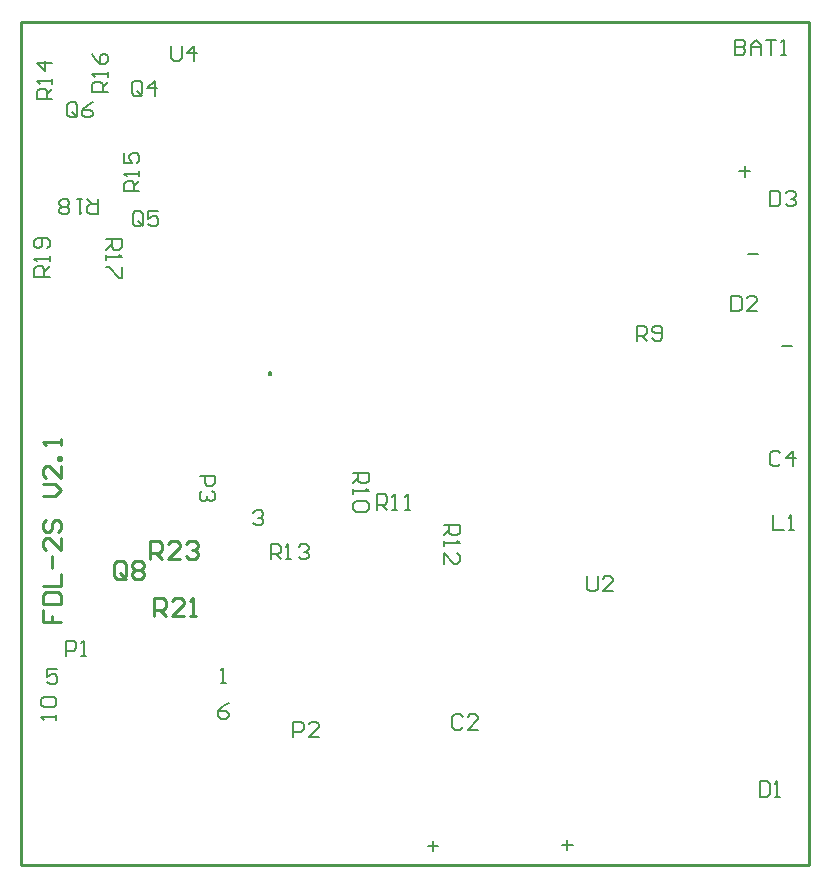
<source format=gto>
%FSLAX24Y24*%
%MOIN*%
G70*
G01*
G75*
%ADD10R,0.0650X0.0315*%
%ADD11R,0.0571X0.0512*%
%ADD12R,0.0512X0.0571*%
%ADD13R,0.0315X0.0650*%
%ADD14R,0.0079X0.0827*%
%ADD15R,0.4134X0.3386*%
%ADD16R,0.0433X0.1378*%
%ADD17C,0.0079*%
%ADD18C,0.0098*%
%ADD19C,0.0118*%
%ADD20C,0.0787*%
%ADD21C,0.1142*%
%ADD22R,0.0591X0.0591*%
%ADD23C,0.0591*%
%ADD24C,0.0984*%
%ADD25O,0.1004X0.0984*%
%ADD26C,0.0630*%
%ADD27C,0.0669*%
%ADD28C,0.0665*%
%ADD29R,0.0665X0.0665*%
%ADD30C,0.1874*%
%ADD31C,0.0512*%
%ADD32C,0.3307*%
%ADD33C,0.0236*%
%ADD34R,0.0472X0.0709*%
%ADD35R,0.0472X0.0650*%
%ADD36R,0.0512X0.0591*%
%ADD37O,0.0276X0.0984*%
%ADD38O,0.0984X0.0276*%
%ADD39C,0.0100*%
D17*
X25600Y22110D02*
Y22622D01*
X25856D01*
X25941Y22536D01*
Y22366D01*
X25856Y22281D01*
X25600D01*
X26453Y22110D02*
X26112D01*
X26453Y22451D01*
Y22536D01*
X26367Y22622D01*
X26197D01*
X26112Y22536D01*
X19370Y38701D02*
X19882D01*
Y38445D01*
X19796Y38360D01*
X19626D01*
X19541Y38445D01*
Y38701D01*
Y38530D02*
X19370Y38360D01*
Y38189D02*
Y38019D01*
Y38104D01*
X19882D01*
X19796Y38189D01*
X19882Y37763D02*
Y37422D01*
X19796D01*
X19455Y37763D01*
X19370D01*
X19078Y40042D02*
Y39530D01*
X18822D01*
X18737Y39616D01*
Y39786D01*
X18822Y39871D01*
X19078D01*
X18907D02*
X18737Y40042D01*
X18566D02*
X18396D01*
X18481D01*
Y39530D01*
X18566Y39616D01*
X18140D02*
X18055Y39530D01*
X17884D01*
X17799Y39616D01*
Y39701D01*
X17884Y39786D01*
X17799Y39871D01*
Y39957D01*
X17884Y40042D01*
X18055D01*
X18140Y39957D01*
Y39871D01*
X18055Y39786D01*
X18140Y39701D01*
Y39616D01*
X18055Y39786D02*
X17884D01*
X17477Y37459D02*
X16965D01*
Y37714D01*
X17050Y37800D01*
X17221D01*
X17306Y37714D01*
Y37459D01*
Y37629D02*
X17477Y37800D01*
Y37970D02*
Y38141D01*
Y38056D01*
X16965D01*
X17050Y37970D01*
X17392Y38397D02*
X17477Y38482D01*
Y38653D01*
X17392Y38738D01*
X17050D01*
X16965Y38653D01*
Y38482D01*
X17050Y38397D01*
X17136D01*
X17221Y38482D01*
Y38738D01*
X20471Y40297D02*
X19959D01*
Y40553D01*
X20044Y40638D01*
X20215D01*
X20300Y40553D01*
Y40297D01*
Y40468D02*
X20471Y40638D01*
Y40809D02*
Y40979D01*
Y40894D01*
X19959D01*
X20044Y40809D01*
X19959Y41576D02*
Y41235D01*
X20215D01*
X20130Y41406D01*
Y41491D01*
X20215Y41576D01*
X20385D01*
X20471Y41491D01*
Y41321D01*
X20385Y41235D01*
X19418Y43612D02*
X18906D01*
Y43868D01*
X18992Y43953D01*
X19162D01*
X19247Y43868D01*
Y43612D01*
Y43783D02*
X19418Y43953D01*
Y44124D02*
Y44294D01*
Y44209D01*
X18906D01*
X18992Y44124D01*
X18906Y44891D02*
X18992Y44721D01*
X19162Y44550D01*
X19333D01*
X19418Y44635D01*
Y44806D01*
X19333Y44891D01*
X19247D01*
X19162Y44806D01*
Y44550D01*
X17572Y43374D02*
X17060D01*
Y43630D01*
X17146Y43715D01*
X17316D01*
X17401Y43630D01*
Y43374D01*
Y43545D02*
X17572Y43715D01*
Y43886D02*
Y44056D01*
Y43971D01*
X17060D01*
X17146Y43886D01*
X17572Y44568D02*
X17060D01*
X17316Y44312D01*
Y44653D01*
X18401Y42850D02*
Y43191D01*
X18315Y43276D01*
X18145D01*
X18060Y43191D01*
Y42850D01*
X18145Y42764D01*
X18315D01*
X18230Y42935D02*
X18401Y42764D01*
X18315D02*
X18401Y42850D01*
X18912Y43276D02*
X18742Y43191D01*
X18571Y43020D01*
Y42850D01*
X18657Y42764D01*
X18827D01*
X18912Y42850D01*
Y42935D01*
X18827Y43020D01*
X18571D01*
X20561Y43567D02*
Y43908D01*
X20476Y43994D01*
X20305D01*
X20220Y43908D01*
Y43567D01*
X20305Y43482D01*
X20476D01*
X20391Y43653D02*
X20561Y43482D01*
X20476D02*
X20561Y43567D01*
X20987Y43482D02*
Y43994D01*
X20732Y43738D01*
X21073D01*
X20585Y39221D02*
Y39562D01*
X20500Y39648D01*
X20329D01*
X20244Y39562D01*
Y39221D01*
X20329Y39136D01*
X20500D01*
X20415Y39307D02*
X20585Y39136D01*
X20500D02*
X20585Y39221D01*
X21097Y39648D02*
X20756D01*
Y39392D01*
X20926Y39477D01*
X21011D01*
X21097Y39392D01*
Y39221D01*
X21011Y39136D01*
X20841D01*
X20756Y39221D01*
X41142Y20630D02*
Y20118D01*
X41398D01*
X41483Y20203D01*
Y20544D01*
X41398Y20630D01*
X41142D01*
X41653Y20118D02*
X41824D01*
X41739D01*
Y20630D01*
X41653Y20544D01*
X35400Y27482D02*
Y27055D01*
X35485Y26970D01*
X35656D01*
X35741Y27055D01*
Y27482D01*
X36253Y26970D02*
X35912D01*
X36253Y27311D01*
Y27396D01*
X36167Y27482D01*
X35997D01*
X35912Y27396D01*
X37047Y35315D02*
Y35827D01*
X37303D01*
X37388Y35741D01*
Y35571D01*
X37303Y35486D01*
X37047D01*
X37218D02*
X37388Y35315D01*
X37559Y35400D02*
X37644Y35315D01*
X37815D01*
X37900Y35400D01*
Y35741D01*
X37815Y35827D01*
X37644D01*
X37559Y35741D01*
Y35656D01*
X37644Y35571D01*
X37900D01*
X41600Y29512D02*
Y29000D01*
X41941D01*
X42112D02*
X42282D01*
X42197D01*
Y29512D01*
X42112Y29426D01*
X40201Y36823D02*
Y36311D01*
X40457D01*
X40542Y36396D01*
Y36738D01*
X40457Y36823D01*
X40201D01*
X41054Y36311D02*
X40712D01*
X41054Y36652D01*
Y36738D01*
X40968Y36823D01*
X40798D01*
X40712Y36738D01*
X41496Y40315D02*
Y39803D01*
X41752D01*
X41837Y39888D01*
Y40230D01*
X41752Y40315D01*
X41496D01*
X42008Y40230D02*
X42093Y40315D01*
X42264D01*
X42349Y40230D01*
Y40144D01*
X42264Y40059D01*
X42178D01*
X42264D01*
X42349Y39974D01*
Y39888D01*
X42264Y39803D01*
X42093D01*
X42008Y39888D01*
X41837Y31568D02*
X41752Y31653D01*
X41581D01*
X41496Y31568D01*
Y31227D01*
X41581Y31142D01*
X41752D01*
X41837Y31227D01*
X42264Y31142D02*
Y31653D01*
X42008Y31398D01*
X42349D01*
X31247Y22789D02*
X31161Y22874D01*
X30991D01*
X30906Y22789D01*
Y22447D01*
X30991Y22362D01*
X31161D01*
X31247Y22447D01*
X31758Y22362D02*
X31417D01*
X31758Y22703D01*
Y22789D01*
X31673Y22874D01*
X31502D01*
X31417Y22789D01*
X21535Y45157D02*
Y44731D01*
X21621Y44646D01*
X21791D01*
X21877Y44731D01*
Y45157D01*
X22303Y44646D02*
Y45157D01*
X22047Y44901D01*
X22388D01*
X24843Y28031D02*
Y28543D01*
X25098D01*
X25184Y28458D01*
Y28287D01*
X25098Y28202D01*
X24843D01*
X25013D02*
X25184Y28031D01*
X25354D02*
X25525D01*
X25439D01*
Y28543D01*
X25354Y28458D01*
X25781D02*
X25866Y28543D01*
X26036D01*
X26122Y28458D01*
Y28373D01*
X26036Y28287D01*
X25951D01*
X26036D01*
X26122Y28202D01*
Y28117D01*
X26036Y28031D01*
X25866D01*
X25781Y28117D01*
X28386Y29685D02*
Y30197D01*
X28642D01*
X28727Y30111D01*
Y29941D01*
X28642Y29856D01*
X28386D01*
X28556D02*
X28727Y29685D01*
X28897D02*
X29068D01*
X28983D01*
Y30197D01*
X28897Y30111D01*
X29324Y29685D02*
X29494D01*
X29409D01*
Y30197D01*
X29324Y30111D01*
X30631Y29171D02*
X31143D01*
Y28915D01*
X31057Y28830D01*
X30887D01*
X30802Y28915D01*
Y29171D01*
Y29001D02*
X30631Y28830D01*
Y28660D02*
Y28489D01*
Y28574D01*
X31143D01*
X31057Y28660D01*
X30631Y27892D02*
Y28233D01*
X30972Y27892D01*
X31057D01*
X31143Y27977D01*
Y28148D01*
X31057Y28233D01*
X27598Y30906D02*
X28110D01*
Y30650D01*
X28025Y30564D01*
X27854D01*
X27769Y30650D01*
Y30906D01*
Y30735D02*
X27598Y30564D01*
Y30394D02*
Y30223D01*
Y30309D01*
X28110D01*
X28025Y30394D01*
Y29967D02*
X28110Y29882D01*
Y29712D01*
X28025Y29626D01*
X27684D01*
X27598Y29712D01*
Y29882D01*
X27684Y29967D01*
X28025D01*
X22480Y30827D02*
X22992D01*
Y30571D01*
X22907Y30486D01*
X22736D01*
X22651Y30571D01*
Y30827D01*
X22907Y30315D02*
X22992Y30230D01*
Y30059D01*
X22907Y29974D01*
X22821D01*
X22736Y30059D01*
Y30145D01*
Y30059D01*
X22651Y29974D01*
X22566D01*
X22480Y30059D01*
Y30230D01*
X22566Y30315D01*
X18022Y24810D02*
Y25322D01*
X18277D01*
X18363Y25237D01*
Y25066D01*
X18277Y24981D01*
X18022D01*
X18533Y24810D02*
X18704D01*
X18618D01*
Y25322D01*
X18533Y25237D01*
X40330Y45362D02*
Y44850D01*
X40586D01*
X40671Y44935D01*
Y45021D01*
X40586Y45106D01*
X40330D01*
X40586D01*
X40671Y45191D01*
Y45276D01*
X40586Y45362D01*
X40330D01*
X40842Y44850D02*
Y45191D01*
X41012Y45362D01*
X41183Y45191D01*
Y44850D01*
Y45106D01*
X40842D01*
X41353Y45362D02*
X41694D01*
X41524D01*
Y44850D01*
X41865D02*
X42035D01*
X41950D01*
Y45362D01*
X41865Y45276D01*
X24783Y34183D02*
Y34268D01*
X24869D01*
Y34183D01*
X24783D01*
X24256Y29596D02*
X24341Y29682D01*
X24512D01*
X24597Y29596D01*
Y29511D01*
X24512Y29426D01*
X24427D01*
X24512D01*
X24597Y29341D01*
Y29255D01*
X24512Y29170D01*
X24341D01*
X24256Y29255D01*
X40472Y40964D02*
X40814D01*
X40643Y41135D02*
Y40794D01*
X41890Y35138D02*
X42231D01*
X40748Y38209D02*
X41089D01*
X34567Y18524D02*
X34908D01*
X34737Y18694D02*
Y18353D01*
X23441Y23235D02*
X23271Y23150D01*
X23100Y22980D01*
Y22809D01*
X23186Y22724D01*
X23356D01*
X23441Y22809D01*
Y22894D01*
X23356Y22980D01*
X23100D01*
X17707Y22684D02*
Y22855D01*
Y22770D01*
X17195D01*
X17280Y22684D01*
Y23111D02*
X17195Y23196D01*
Y23367D01*
X17280Y23452D01*
X17621D01*
X17707Y23367D01*
Y23196D01*
X17621Y23111D01*
X17280D01*
X17733Y24377D02*
X17392D01*
Y24121D01*
X17562Y24207D01*
X17647D01*
X17733Y24121D01*
Y23951D01*
X17647Y23866D01*
X17477D01*
X17392Y23951D01*
X23179Y23905D02*
X23350D01*
X23264D01*
Y24417D01*
X23179Y24331D01*
X30083Y18491D02*
X30424D01*
X30254Y18661D02*
Y18320D01*
D39*
X16535Y17844D02*
Y45946D01*
X16533Y17835D02*
X42795D01*
Y17953D01*
X42795Y45932D01*
X16563Y45946D02*
X42794Y45932D01*
X20840Y28040D02*
Y28640D01*
X21140D01*
X21240Y28540D01*
Y28340D01*
X21140Y28240D01*
X20840D01*
X21040D02*
X21240Y28040D01*
X21840D02*
X21440D01*
X21840Y28440D01*
Y28540D01*
X21740Y28640D01*
X21540D01*
X21440Y28540D01*
X22040D02*
X22140Y28640D01*
X22340D01*
X22439Y28540D01*
Y28440D01*
X22340Y28340D01*
X22240D01*
X22340D01*
X22439Y28240D01*
Y28140D01*
X22340Y28040D01*
X22140D01*
X22040Y28140D01*
X20950Y26134D02*
Y26734D01*
X21250D01*
X21350Y26634D01*
Y26434D01*
X21250Y26334D01*
X20950D01*
X21150D02*
X21350Y26134D01*
X21950D02*
X21550D01*
X21950Y26534D01*
Y26634D01*
X21850Y26734D01*
X21650D01*
X21550Y26634D01*
X22150Y26134D02*
X22350D01*
X22250D01*
Y26734D01*
X22150Y26634D01*
X20020Y27464D02*
Y27864D01*
X19920Y27964D01*
X19720D01*
X19620Y27864D01*
Y27464D01*
X19720Y27364D01*
X19920D01*
X19820Y27564D02*
X20020Y27364D01*
X19920D02*
X20020Y27464D01*
X20220Y27864D02*
X20320Y27964D01*
X20520D01*
X20620Y27864D01*
Y27764D01*
X20520Y27664D01*
X20620Y27564D01*
Y27464D01*
X20520Y27364D01*
X20320D01*
X20220Y27464D01*
Y27564D01*
X20320Y27664D01*
X20220Y27764D01*
Y27864D01*
X20320Y27664D02*
X20520D01*
X17267Y26349D02*
Y25949D01*
X17567D01*
Y26149D01*
Y25949D01*
X17867D01*
X17267Y26549D02*
X17867D01*
Y26849D01*
X17767Y26949D01*
X17367D01*
X17267Y26849D01*
Y26549D01*
Y27149D02*
X17867D01*
Y27549D01*
X17567Y27749D02*
Y28149D01*
X17867Y28749D02*
Y28349D01*
X17467Y28749D01*
X17367D01*
X17267Y28649D01*
Y28449D01*
X17367Y28349D01*
Y29348D02*
X17267Y29248D01*
Y29048D01*
X17367Y28948D01*
X17467D01*
X17567Y29048D01*
Y29248D01*
X17667Y29348D01*
X17767D01*
X17867Y29248D01*
Y29048D01*
X17767Y28948D01*
X17267Y30148D02*
X17667D01*
X17867Y30348D01*
X17667Y30548D01*
X17267D01*
X17867Y31148D02*
Y30748D01*
X17467Y31148D01*
X17367D01*
X17267Y31048D01*
Y30848D01*
X17367Y30748D01*
X17867Y31348D02*
X17767D01*
Y31448D01*
X17867D01*
Y31348D01*
Y31848D02*
Y32047D01*
Y31947D01*
X17267D01*
X17367Y31848D01*
M02*

</source>
